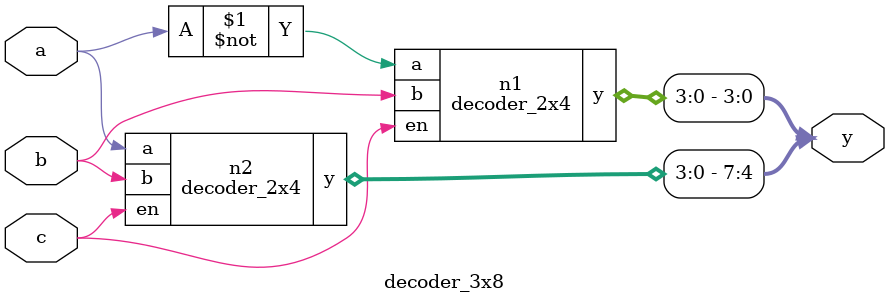
<source format=v>
module decoder_2x4(a,b,en,y);
  input wire a,b,en;
  output reg [3:0]y;
  assign y[0]=(a&(~b)&~en);
  assign y[1]=(a&(~b&en));
  assign y[2]=(a&b&(~en));
  assign y[3]=(a&b&en);
endmodule
module decoder_3x8(a,b,c,y);
  input wire a,b,c;
  output reg [7:0]y;
  decoder_2x4 n1(~a,b,(c),y[3:0]);
  decoder_2x4 n2(a,b,c,y[7:4]);
endmodule

</source>
